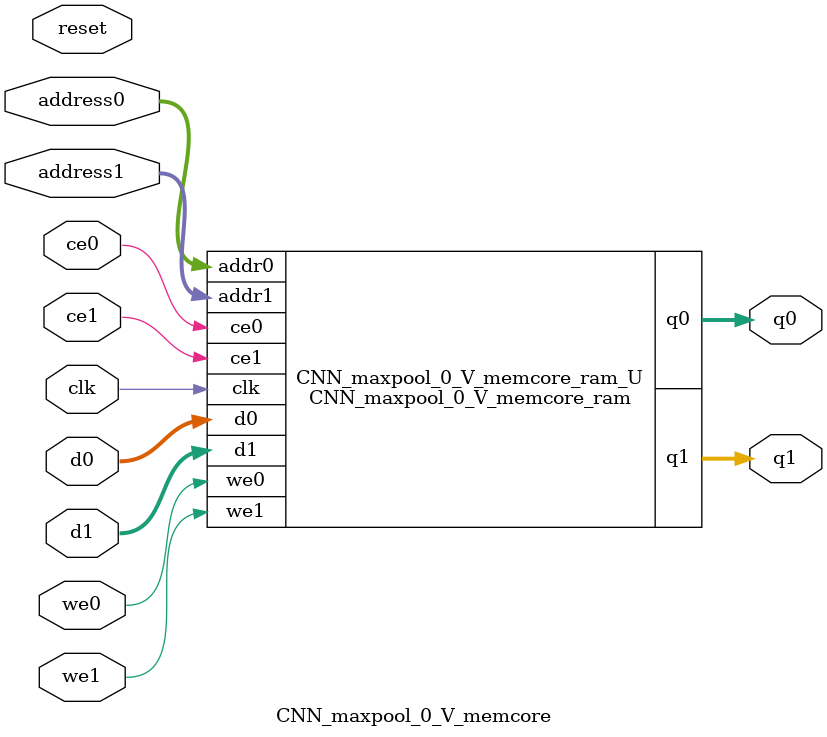
<source format=v>

`timescale 1 ns / 1 ps
module CNN_maxpool_0_V_memcore_ram (addr0, ce0, d0, we0, q0, addr1, ce1, d1, we1, q1,  clk);

parameter DWIDTH = 25;
parameter AWIDTH = 5;
parameter MEM_SIZE = 28;

input[AWIDTH-1:0] addr0;
input ce0;
input[DWIDTH-1:0] d0;
input we0;
output reg[DWIDTH-1:0] q0;
input[AWIDTH-1:0] addr1;
input ce1;
input[DWIDTH-1:0] d1;
input we1;
output reg[DWIDTH-1:0] q1;
input clk;

(* ram_style = "distributed" *)reg [DWIDTH-1:0] ram[0:MEM_SIZE-1];




always @(posedge clk)  
begin 
    if (ce0) 
    begin
        if (we0) 
        begin 
            ram[addr0] <= d0; 
            q0 <= d0;
        end 
        else 
            q0 <= ram[addr0];
    end
end


always @(posedge clk)  
begin 
    if (ce1) 
    begin
        if (we1) 
        begin 
            ram[addr1] <= d1; 
            q1 <= d1;
        end 
        else 
            q1 <= ram[addr1];
    end
end


endmodule


`timescale 1 ns / 1 ps
module CNN_maxpool_0_V_memcore(
    reset,
    clk,
    address0,
    ce0,
    we0,
    d0,
    q0,
    address1,
    ce1,
    we1,
    d1,
    q1);

parameter DataWidth = 32'd25;
parameter AddressRange = 32'd28;
parameter AddressWidth = 32'd5;
input reset;
input clk;
input[AddressWidth - 1:0] address0;
input ce0;
input we0;
input[DataWidth - 1:0] d0;
output[DataWidth - 1:0] q0;
input[AddressWidth - 1:0] address1;
input ce1;
input we1;
input[DataWidth - 1:0] d1;
output[DataWidth - 1:0] q1;



CNN_maxpool_0_V_memcore_ram CNN_maxpool_0_V_memcore_ram_U(
    .clk( clk ),
    .addr0( address0 ),
    .ce0( ce0 ),
    .we0( we0 ),
    .d0( d0 ),
    .q0( q0 ),
    .addr1( address1 ),
    .ce1( ce1 ),
    .we1( we1 ),
    .d1( d1 ),
    .q1( q1 ));

endmodule


</source>
